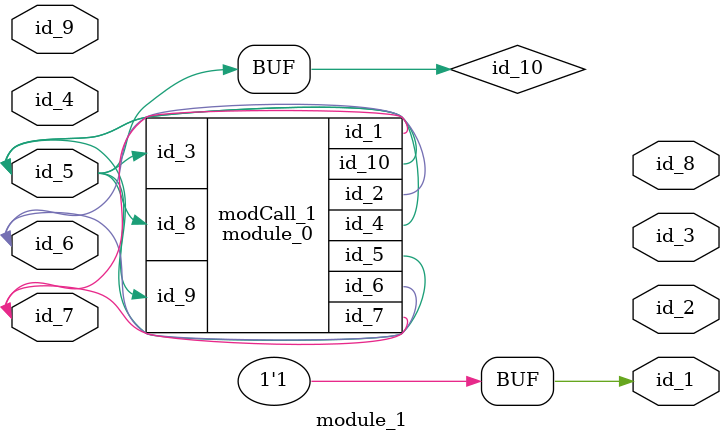
<source format=v>
module module_0 (
    id_1,
    id_2,
    id_3,
    id_4,
    id_5,
    id_6,
    id_7,
    id_8,
    id_9,
    id_10
);
  inout wire id_10;
  input wire id_9;
  input wire id_8;
  inout wire id_7;
  output wire id_6;
  output wire id_5;
  output wire id_4;
  input wire id_3;
  inout wire id_2;
  inout wire id_1;
endmodule
module module_1 (
    id_1,
    id_2,
    id_3,
    id_4,
    id_5,
    id_6,
    id_7,
    id_8,
    id_9
);
  inout wire id_9;
  output wire id_8;
  inout wire id_7;
  inout wire id_6;
  inout wire id_5;
  input wire id_4;
  output wire id_3;
  output wire id_2;
  output wire id_1;
  wire id_10;
  module_0 modCall_1 (
      id_7,
      id_6,
      id_5,
      id_10,
      id_5,
      id_6,
      id_7,
      id_10,
      id_10,
      id_10
  );
  wire id_11;
  assign id_9[1] = 1;
  wire id_12;
  reg  id_13;
  wire id_14;
  initial begin : LABEL_0
    id_3[1 : 1] <= id_13;
    id_1 <= 1;
    id_5 = id_10;
  end
endmodule

</source>
